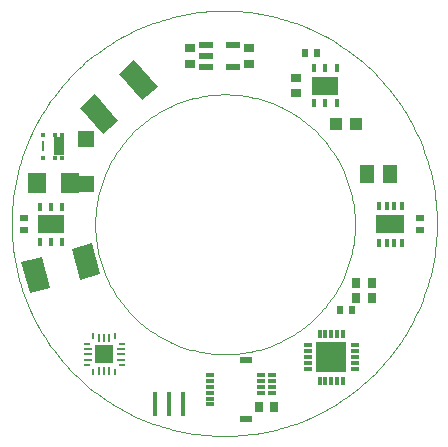
<source format=gbr>
G04 EAGLE Gerber RS-274X export*
G75*
%MOMM*%
%FSLAX35Y35*%
%LPD*%
%INsolder_paste_bottom*%
%IPPOS*%
%AMOC8*
5,1,8,0,0,1.08239X$1,22.5*%
G01*
%ADD10C,0.010000*%
%ADD11C,0.050000*%
%ADD12R,0.700000X0.900000*%
%ADD13R,1.400000X1.400000*%
%ADD14R,2.500000X2.500000*%
%ADD15R,0.300000X0.750000*%
%ADD16R,0.750000X0.300000*%
%ADD17R,2.400000X1.500000*%
%ADD18R,0.350000X0.650000*%
%ADD19R,1.300000X1.500000*%
%ADD20R,1.500000X1.500000*%
%ADD21R,0.250000X0.800000*%
%ADD22R,0.800000X0.250000*%
%ADD23R,0.550000X0.250000*%
%ADD24R,0.250000X0.550000*%
%ADD25R,0.400000X2.000000*%
%ADD26R,0.700000X0.600000*%
%ADD27R,0.700000X0.300000*%
%ADD28R,1.000000X0.600000*%
%ADD29R,3.000000X1.700000*%
%ADD30R,2.300000X1.500000*%
%ADD31R,0.460000X0.710000*%
%ADD32R,1.000000X1.100000*%
%ADD33R,0.900000X0.700000*%
%ADD34R,0.600000X0.700000*%
%ADD35R,1.200000X0.600000*%
%ADD36R,0.650000X0.300000*%
%ADD37R,0.950000X1.500000*%
%ADD38R,0.300000X0.450000*%
%ADD39R,0.230000X0.870000*%
%ADD40R,1.800000X2.700000*%
%ADD41R,1.600000X1.800000*%


D10*
X1793375Y-42625D02*
X1793375Y57375D01*
D11*
X-1806625Y7375D02*
X-1806083Y51549D01*
X-1804457Y95697D01*
X-1801748Y139791D01*
X-1797958Y183806D01*
X-1793088Y227714D01*
X-1787143Y271490D01*
X-1780125Y315106D01*
X-1772039Y358538D01*
X-1762889Y401757D01*
X-1752681Y444739D01*
X-1741422Y487458D01*
X-1729118Y529887D01*
X-1715776Y572002D01*
X-1701404Y613777D01*
X-1686012Y655186D01*
X-1669608Y696205D01*
X-1652203Y736809D01*
X-1633806Y776974D01*
X-1614429Y816675D01*
X-1594083Y855889D01*
X-1572782Y894592D01*
X-1550536Y932760D01*
X-1527361Y970371D01*
X-1503270Y1007401D01*
X-1478278Y1043830D01*
X-1452399Y1079634D01*
X-1425649Y1114792D01*
X-1398044Y1149283D01*
X-1369601Y1183086D01*
X-1340337Y1216181D01*
X-1310270Y1248548D01*
X-1279417Y1280167D01*
X-1247798Y1311020D01*
X-1215431Y1341087D01*
X-1182336Y1370351D01*
X-1148533Y1398794D01*
X-1114042Y1426399D01*
X-1078884Y1453149D01*
X-1043080Y1479028D01*
X-1006651Y1504020D01*
X-969621Y1528111D01*
X-932010Y1551286D01*
X-893842Y1573532D01*
X-855139Y1594833D01*
X-815925Y1615179D01*
X-776224Y1634556D01*
X-736059Y1652953D01*
X-695455Y1670358D01*
X-654436Y1686762D01*
X-613027Y1702154D01*
X-571252Y1716526D01*
X-529137Y1729868D01*
X-486708Y1742172D01*
X-443989Y1753431D01*
X-401007Y1763639D01*
X-357788Y1772789D01*
X-314356Y1780875D01*
X-270740Y1787893D01*
X-226964Y1793838D01*
X-183056Y1798708D01*
X-139041Y1802498D01*
X-94947Y1805207D01*
X-50799Y1806833D01*
X-6625Y1807375D01*
X37549Y1806833D01*
X81697Y1805207D01*
X125791Y1802498D01*
X169806Y1798708D01*
X213714Y1793838D01*
X257490Y1787893D01*
X301106Y1780875D01*
X344538Y1772789D01*
X387757Y1763639D01*
X430739Y1753431D01*
X473458Y1742172D01*
X515887Y1729868D01*
X558002Y1716526D01*
X599777Y1702154D01*
X641186Y1686762D01*
X682205Y1670358D01*
X722809Y1652953D01*
X762974Y1634556D01*
X802675Y1615179D01*
X841889Y1594833D01*
X880592Y1573532D01*
X918760Y1551286D01*
X956371Y1528111D01*
X993401Y1504020D01*
X1029830Y1479028D01*
X1065634Y1453149D01*
X1100792Y1426399D01*
X1135283Y1398794D01*
X1169086Y1370351D01*
X1202181Y1341087D01*
X1234548Y1311020D01*
X1266167Y1280167D01*
X1297020Y1248548D01*
X1327087Y1216181D01*
X1356351Y1183086D01*
X1384794Y1149283D01*
X1412399Y1114792D01*
X1439149Y1079634D01*
X1465028Y1043830D01*
X1490020Y1007401D01*
X1514111Y970371D01*
X1537286Y932760D01*
X1559532Y894592D01*
X1580833Y855889D01*
X1601179Y816675D01*
X1620556Y776974D01*
X1638953Y736809D01*
X1656358Y696205D01*
X1672762Y655186D01*
X1688154Y613777D01*
X1702526Y572002D01*
X1715868Y529887D01*
X1728172Y487458D01*
X1739431Y444739D01*
X1749639Y401757D01*
X1758789Y358538D01*
X1766875Y315106D01*
X1773893Y271490D01*
X1779838Y227714D01*
X1784708Y183806D01*
X1788498Y139791D01*
X1791207Y95697D01*
X1792833Y51549D01*
X1793375Y7375D01*
X1792833Y-36799D01*
X1791207Y-80947D01*
X1788498Y-125041D01*
X1784708Y-169056D01*
X1779838Y-212964D01*
X1773893Y-256740D01*
X1766875Y-300356D01*
X1758789Y-343788D01*
X1749639Y-387007D01*
X1739431Y-429989D01*
X1728172Y-472708D01*
X1715868Y-515137D01*
X1702526Y-557252D01*
X1688154Y-599027D01*
X1672762Y-640436D01*
X1656358Y-681455D01*
X1638953Y-722059D01*
X1620556Y-762224D01*
X1601179Y-801925D01*
X1580833Y-841139D01*
X1559532Y-879842D01*
X1537286Y-918010D01*
X1514111Y-955621D01*
X1490020Y-992651D01*
X1465028Y-1029080D01*
X1439149Y-1064884D01*
X1412399Y-1100042D01*
X1384794Y-1134533D01*
X1356351Y-1168336D01*
X1327087Y-1201431D01*
X1297020Y-1233798D01*
X1266167Y-1265417D01*
X1234548Y-1296270D01*
X1202181Y-1326337D01*
X1169086Y-1355601D01*
X1135283Y-1384044D01*
X1100792Y-1411649D01*
X1065634Y-1438399D01*
X1029830Y-1464278D01*
X993401Y-1489270D01*
X956371Y-1513361D01*
X918760Y-1536536D01*
X880592Y-1558782D01*
X841889Y-1580083D01*
X802675Y-1600429D01*
X762974Y-1619806D01*
X722809Y-1638203D01*
X682205Y-1655608D01*
X641186Y-1672012D01*
X599777Y-1687404D01*
X558002Y-1701776D01*
X515887Y-1715118D01*
X473458Y-1727422D01*
X430739Y-1738681D01*
X387757Y-1748889D01*
X344538Y-1758039D01*
X301106Y-1766125D01*
X257490Y-1773143D01*
X213714Y-1779088D01*
X169806Y-1783958D01*
X125791Y-1787748D01*
X81697Y-1790457D01*
X37549Y-1792083D01*
X-6625Y-1792625D01*
X-50799Y-1792083D01*
X-94947Y-1790457D01*
X-139041Y-1787748D01*
X-183056Y-1783958D01*
X-226964Y-1779088D01*
X-270740Y-1773143D01*
X-314356Y-1766125D01*
X-357788Y-1758039D01*
X-401007Y-1748889D01*
X-443989Y-1738681D01*
X-486708Y-1727422D01*
X-529137Y-1715118D01*
X-571252Y-1701776D01*
X-613027Y-1687404D01*
X-654436Y-1672012D01*
X-695455Y-1655608D01*
X-736059Y-1638203D01*
X-776224Y-1619806D01*
X-815925Y-1600429D01*
X-855139Y-1580083D01*
X-893842Y-1558782D01*
X-932010Y-1536536D01*
X-969621Y-1513361D01*
X-1006651Y-1489270D01*
X-1043080Y-1464278D01*
X-1078884Y-1438399D01*
X-1114042Y-1411649D01*
X-1148533Y-1384044D01*
X-1182336Y-1355601D01*
X-1215431Y-1326337D01*
X-1247798Y-1296270D01*
X-1279417Y-1265417D01*
X-1310270Y-1233798D01*
X-1340337Y-1201431D01*
X-1369601Y-1168336D01*
X-1398044Y-1134533D01*
X-1425649Y-1100042D01*
X-1452399Y-1064884D01*
X-1478278Y-1029080D01*
X-1503270Y-992651D01*
X-1527361Y-955621D01*
X-1550536Y-918010D01*
X-1572782Y-879842D01*
X-1594083Y-841139D01*
X-1614429Y-801925D01*
X-1633806Y-762224D01*
X-1652203Y-722059D01*
X-1669608Y-681455D01*
X-1686012Y-640436D01*
X-1701404Y-599027D01*
X-1715776Y-557252D01*
X-1729118Y-515137D01*
X-1741422Y-472708D01*
X-1752681Y-429989D01*
X-1762889Y-387007D01*
X-1772039Y-343788D01*
X-1780125Y-300356D01*
X-1787143Y-256740D01*
X-1793088Y-212964D01*
X-1797958Y-169056D01*
X-1801748Y-125041D01*
X-1804457Y-80947D01*
X-1806083Y-36799D01*
X-1806625Y7375D01*
X-1100000Y0D02*
X-1099669Y26995D01*
X-1098675Y53974D01*
X-1097020Y80921D01*
X-1094703Y107819D01*
X-1091727Y134652D01*
X-1088094Y161404D01*
X-1083805Y188058D01*
X-1078864Y214599D01*
X-1073272Y241011D01*
X-1067034Y267278D01*
X-1060154Y293384D01*
X-1052634Y319313D01*
X-1044481Y345050D01*
X-1035698Y370579D01*
X-1026292Y395885D01*
X-1016267Y420952D01*
X-1005631Y445765D01*
X-994388Y470311D01*
X-982547Y494572D01*
X-970113Y518536D01*
X-957096Y542188D01*
X-943501Y565513D01*
X-929339Y588497D01*
X-914617Y611127D01*
X-899343Y633389D01*
X-883528Y655269D01*
X-867181Y676755D01*
X-850311Y697833D01*
X-832930Y718490D01*
X-815046Y738715D01*
X-796672Y758495D01*
X-777817Y777817D01*
X-758495Y796672D01*
X-738715Y815046D01*
X-718490Y832930D01*
X-697833Y850311D01*
X-676755Y867181D01*
X-655269Y883528D01*
X-633389Y899343D01*
X-611127Y914617D01*
X-588497Y929339D01*
X-565513Y943501D01*
X-542188Y957096D01*
X-518536Y970113D01*
X-494572Y982547D01*
X-470311Y994388D01*
X-445765Y1005631D01*
X-420952Y1016267D01*
X-395885Y1026292D01*
X-370579Y1035698D01*
X-345050Y1044481D01*
X-319313Y1052634D01*
X-293384Y1060154D01*
X-267278Y1067034D01*
X-241011Y1073272D01*
X-214599Y1078864D01*
X-188058Y1083805D01*
X-161404Y1088094D01*
X-134652Y1091727D01*
X-107819Y1094703D01*
X-80921Y1097020D01*
X-53974Y1098675D01*
X-26995Y1099669D01*
X0Y1100000D01*
X26995Y1099669D01*
X53974Y1098675D01*
X80921Y1097020D01*
X107819Y1094703D01*
X134652Y1091727D01*
X161404Y1088094D01*
X188058Y1083805D01*
X214599Y1078864D01*
X241011Y1073272D01*
X267278Y1067034D01*
X293384Y1060154D01*
X319313Y1052634D01*
X345050Y1044481D01*
X370579Y1035698D01*
X395885Y1026292D01*
X420952Y1016267D01*
X445765Y1005631D01*
X470311Y994388D01*
X494572Y982547D01*
X518536Y970113D01*
X542188Y957096D01*
X565513Y943501D01*
X588497Y929339D01*
X611127Y914617D01*
X633389Y899343D01*
X655269Y883528D01*
X676755Y867181D01*
X697833Y850311D01*
X718490Y832930D01*
X738715Y815046D01*
X758495Y796672D01*
X777817Y777817D01*
X796672Y758495D01*
X815046Y738715D01*
X832930Y718490D01*
X850311Y697833D01*
X867181Y676755D01*
X883528Y655269D01*
X899343Y633389D01*
X914617Y611127D01*
X929339Y588497D01*
X943501Y565513D01*
X957096Y542188D01*
X970113Y518536D01*
X982547Y494572D01*
X994388Y470311D01*
X1005631Y445765D01*
X1016267Y420952D01*
X1026292Y395885D01*
X1035698Y370579D01*
X1044481Y345050D01*
X1052634Y319313D01*
X1060154Y293384D01*
X1067034Y267278D01*
X1073272Y241011D01*
X1078864Y214599D01*
X1083805Y188058D01*
X1088094Y161404D01*
X1091727Y134652D01*
X1094703Y107819D01*
X1097020Y80921D01*
X1098675Y53974D01*
X1099669Y26995D01*
X1100000Y0D01*
X1099669Y-26995D01*
X1098675Y-53974D01*
X1097020Y-80921D01*
X1094703Y-107819D01*
X1091727Y-134652D01*
X1088094Y-161404D01*
X1083805Y-188058D01*
X1078864Y-214599D01*
X1073272Y-241011D01*
X1067034Y-267278D01*
X1060154Y-293384D01*
X1052634Y-319313D01*
X1044481Y-345050D01*
X1035698Y-370579D01*
X1026292Y-395885D01*
X1016267Y-420952D01*
X1005631Y-445765D01*
X994388Y-470311D01*
X982547Y-494572D01*
X970113Y-518536D01*
X957096Y-542188D01*
X943501Y-565513D01*
X929339Y-588497D01*
X914617Y-611127D01*
X899343Y-633389D01*
X883528Y-655269D01*
X867181Y-676755D01*
X850311Y-697833D01*
X832930Y-718490D01*
X815046Y-738715D01*
X796672Y-758495D01*
X777817Y-777817D01*
X758495Y-796672D01*
X738715Y-815046D01*
X718490Y-832930D01*
X697833Y-850311D01*
X676755Y-867181D01*
X655269Y-883528D01*
X633389Y-899343D01*
X611127Y-914617D01*
X588497Y-929339D01*
X565513Y-943501D01*
X542188Y-957096D01*
X518536Y-970113D01*
X494572Y-982547D01*
X470311Y-994388D01*
X445765Y-1005631D01*
X420952Y-1016267D01*
X395885Y-1026292D01*
X370579Y-1035698D01*
X345050Y-1044481D01*
X319313Y-1052634D01*
X293384Y-1060154D01*
X267278Y-1067034D01*
X241011Y-1073272D01*
X214599Y-1078864D01*
X188058Y-1083805D01*
X161404Y-1088094D01*
X134652Y-1091727D01*
X107819Y-1094703D01*
X80921Y-1097020D01*
X53974Y-1098675D01*
X26995Y-1099669D01*
X0Y-1100000D01*
X-26995Y-1099669D01*
X-53974Y-1098675D01*
X-80921Y-1097020D01*
X-107819Y-1094703D01*
X-134652Y-1091727D01*
X-161404Y-1088094D01*
X-188058Y-1083805D01*
X-214599Y-1078864D01*
X-241011Y-1073272D01*
X-267278Y-1067034D01*
X-293384Y-1060154D01*
X-319313Y-1052634D01*
X-345050Y-1044481D01*
X-370579Y-1035698D01*
X-395885Y-1026292D01*
X-420952Y-1016267D01*
X-445765Y-1005631D01*
X-470311Y-994388D01*
X-494572Y-982547D01*
X-518536Y-970113D01*
X-542188Y-957096D01*
X-565513Y-943501D01*
X-588497Y-929339D01*
X-611127Y-914617D01*
X-633389Y-899343D01*
X-655269Y-883528D01*
X-676755Y-867181D01*
X-697833Y-850311D01*
X-718490Y-832930D01*
X-738715Y-815046D01*
X-758495Y-796672D01*
X-777817Y-777817D01*
X-796672Y-758495D01*
X-815046Y-738715D01*
X-832930Y-718490D01*
X-850311Y-697833D01*
X-867181Y-676755D01*
X-883528Y-655269D01*
X-899343Y-633389D01*
X-914617Y-611127D01*
X-929339Y-588497D01*
X-943501Y-565513D01*
X-957096Y-542188D01*
X-970113Y-518536D01*
X-982547Y-494572D01*
X-994388Y-470311D01*
X-1005631Y-445765D01*
X-1016267Y-420952D01*
X-1026292Y-395885D01*
X-1035698Y-370579D01*
X-1044481Y-345050D01*
X-1052634Y-319313D01*
X-1060154Y-293384D01*
X-1067034Y-267278D01*
X-1073272Y-241011D01*
X-1078864Y-214599D01*
X-1083805Y-188058D01*
X-1088094Y-161404D01*
X-1091727Y-134652D01*
X-1094703Y-107819D01*
X-1097020Y-80921D01*
X-1098675Y-53974D01*
X-1099669Y-26995D01*
X-1100000Y0D01*
D12*
X1240000Y-500000D03*
X1110000Y-500000D03*
X285000Y-1550000D03*
X415000Y-1550000D03*
X1240000Y-625000D03*
X1110000Y-625000D03*
D13*
X-1175000Y340000D03*
X-1175000Y720000D03*
D14*
X900000Y-1125000D03*
D15*
X1000000Y-925000D03*
X950000Y-925000D03*
X900000Y-925000D03*
X850000Y-925000D03*
X800000Y-925000D03*
X800000Y-1325000D03*
X850000Y-1325000D03*
X900000Y-1325000D03*
X950000Y-1325000D03*
X1000000Y-1325000D03*
D16*
X700000Y-1225000D03*
X700000Y-1175000D03*
X700000Y-1125000D03*
X700000Y-1075000D03*
X700000Y-1025000D03*
X1100000Y-1025000D03*
X1100000Y-1075000D03*
X1100000Y-1125000D03*
X1100000Y-1175000D03*
X1100000Y-1225000D03*
D17*
X1400000Y0D03*
D18*
X1497500Y-155000D03*
X1432500Y-155000D03*
X1367500Y-155000D03*
X1302500Y-155000D03*
X1497500Y155000D03*
X1432500Y155000D03*
X1367500Y155000D03*
X1302500Y155000D03*
D19*
X1205000Y425000D03*
X1395000Y425000D03*
D20*
X-1025000Y-1100000D03*
D21*
X-980000Y-960000D03*
X-1025000Y-960000D03*
X-1070000Y-960000D03*
X-980000Y-1240000D03*
X-1025000Y-1240000D03*
X-1070000Y-1240000D03*
D22*
X-1160000Y-1145000D03*
X-1160000Y-1100000D03*
X-1160000Y-1055000D03*
X-885000Y-1145000D03*
X-885000Y-1100000D03*
X-885000Y-1055000D03*
D23*
X-873000Y-1190000D03*
D24*
X-935000Y-1252000D03*
X-935000Y-948000D03*
D23*
X-873000Y-1010000D03*
D24*
X-1115000Y-948000D03*
X-1115000Y-1252000D03*
D23*
X-1173000Y-1190000D03*
X-1173000Y-1010000D03*
D25*
X-595000Y-1525000D03*
X-475000Y-1525000D03*
X-355000Y-1525000D03*
D26*
X1650000Y-50000D03*
X1650000Y50000D03*
D27*
X-127000Y-1425000D03*
X-127000Y-1375000D03*
X-127000Y-1325000D03*
X-127000Y-1475000D03*
X-127000Y-1525000D03*
X-127000Y-1275000D03*
D28*
X173000Y-1150000D03*
X173000Y-1650000D03*
D29*
G36*
X-699663Y1050712D02*
X-896875Y1276780D01*
X-768769Y1388534D01*
X-571557Y1162466D01*
X-699663Y1050712D01*
G37*
G36*
X-1031231Y761466D02*
X-1228443Y987534D01*
X-1100337Y1099288D01*
X-903125Y873220D01*
X-1031231Y761466D01*
G37*
D30*
X850000Y1175000D03*
D31*
X756000Y1323000D03*
X850000Y1323000D03*
X944000Y1323000D03*
X850000Y1027000D03*
X945000Y1027000D03*
X755000Y1027000D03*
D32*
X940000Y850000D03*
X1110000Y850000D03*
D33*
X600000Y1110000D03*
X600000Y1240000D03*
D34*
X775000Y1450000D03*
X675000Y1450000D03*
D33*
X-300000Y1490000D03*
X-300000Y1360000D03*
X200000Y1490000D03*
X200000Y1360000D03*
D35*
X-165000Y1425000D03*
X-165000Y1330000D03*
X-165000Y1520000D03*
X65000Y1520000D03*
X65000Y1330000D03*
D36*
X400000Y-1275000D03*
X400000Y-1325000D03*
X400000Y-1375000D03*
X400000Y-1425000D03*
X300000Y-1425000D03*
X300000Y-1375000D03*
X300000Y-1325000D03*
X300000Y-1275000D03*
D37*
X-1410000Y660000D03*
D38*
X-1377500Y757500D03*
X-1442500Y757500D03*
X-1377500Y562500D03*
X-1442500Y562500D03*
X-1538000Y757500D03*
X-1538000Y562500D03*
D39*
X-1541500Y660000D03*
D40*
G36*
X-1481917Y-534887D02*
X-1655863Y-581171D01*
X-1725289Y-320251D01*
X-1551343Y-273967D01*
X-1481917Y-534887D01*
G37*
G36*
X-1056712Y-421749D02*
X-1230658Y-468033D01*
X-1300084Y-207113D01*
X-1126138Y-160829D01*
X-1056712Y-421749D01*
G37*
D41*
X-1310000Y350000D03*
X-1590000Y350000D03*
D30*
X-1475000Y0D03*
D31*
X-1381000Y-148000D03*
X-1475000Y-148000D03*
X-1569000Y-148000D03*
X-1475000Y148000D03*
X-1570000Y148000D03*
X-1380000Y148000D03*
D26*
X-1700000Y-50000D03*
X-1700000Y50000D03*
D34*
X1075000Y-725000D03*
X975000Y-725000D03*
M02*

</source>
